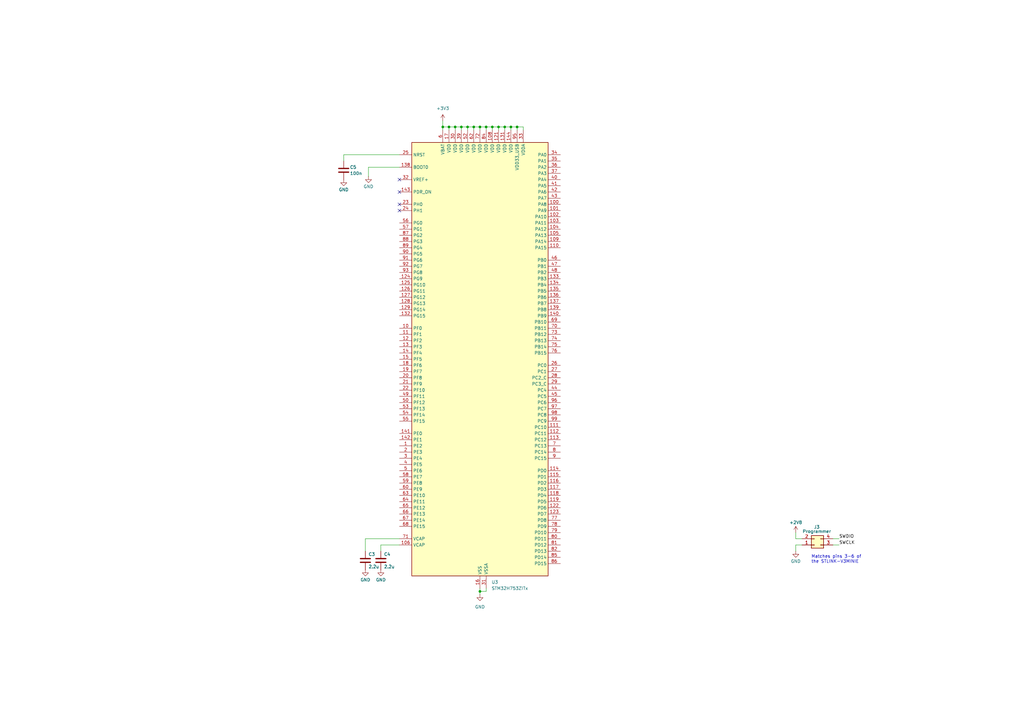
<source format=kicad_sch>
(kicad_sch (version 20231120) (generator "eeschema") (generator_version "8.0")
  (paper "A3")
  (lib_symbols
    (symbol "Connector_Generic:Conn_02x02_Top_Bottom" (pin_names (offset 1.016) hide)
      (property "Reference" "J" (at 1.27 2.54 0))
      (property "Value" "Conn_02x02_Top_Bottom" (at 1.27 -5.08 0))
      (symbol "Conn_02x02_Top_Bottom_1_1"
        (rectangle (start -1.27 -2.413) (end 0 -2.667) (stroke (width 0.1524)))
        (rectangle (start -1.27 0.127) (end 0 -0.127) (stroke (width 0.1524)))
        (rectangle (start -1.27 1.27) (end 3.81 -3.81) (stroke (width 0.254)) (fill (type background)))
        (rectangle (start 3.81 -2.413) (end 2.54 -2.667) (stroke (width 0.1524)))
        (rectangle (start 3.81 0.127) (end 2.54 -0.127) (stroke (width 0.1524)))
        (pin passive line (at -5.08 0 0) (length 3.81) (name "Pin_1") (number "1"))
        (pin passive line (at -5.08 -2.54 0) (length 3.81) (name "Pin_2") (number "2"))
        (pin passive line (at 7.62 0 180) (length 3.81) (name "Pin_3") (number "3"))
        (pin passive line (at 7.62 -2.54 180) (length 3.81) (name "Pin_4") (number "4"))
      )
    )
    (symbol "Device:C" (pin_numbers hide) (pin_names (offset 0.254))
      (property "Reference" "C" (at 0.635 2.54 0))
      (property "Value" "C" (at 0.635 -2.54 0))
      (symbol "C_0_1"
        (polyline (pts (xy -2.032 -0.762) (xy 2.032 -0.762)) (stroke (width 0.508)))
        (polyline (pts (xy -2.032 0.762) (xy 2.032 0.762)) (stroke (width 0.508)))
      )
      (symbol "C_1_1"
        (pin passive line (at 0 3.81 270) (length 2.794) (name "~") (number "1"))
        (pin passive line (at 0 -3.81 90) (length 2.794) (name "~") (number "2"))
      )
    )
    (symbol "MCU_ST_STM32H7:STM32H753ZITx"
      (property "Reference" "U" (at -27.94 90.17 0))
      (property "Value" "STM32H753ZITx" (at 20.32 90.17 0))
      (symbol "STM32H753ZITx_0_1"
        (rectangle (start -27.94 -88.9) (end 27.94 88.9) (stroke (width 0.254)) (fill (type background)))
      )
      (symbol "STM32H753ZITx_1_1"
        (pin bidirectional line (at -33.02 -35.56 0) (length 5.08) (name "PE2") (number "1"))
        (pin bidirectional line (at -33.02 12.7 0) (length 5.08) (name "PF0") (number "10"))
        (pin bidirectional line (at 33.02 63.5 180) (length 5.08) (name "PA8") (number "100"))
        (pin bidirectional line (at 33.02 60.96 180) (length 5.08) (name "PA9") (number "101"))
        (pin bidirectional line (at 33.02 58.42 180) (length 5.08) (name "PA10") (number "102"))
        (pin bidirectional line (at 33.02 55.88 180) (length 5.08) (name "PA11") (number "103"))
        (pin bidirectional line (at 33.02 53.34 180) (length 5.08) (name "PA12") (number "104"))
        (pin bidirectional line (at 33.02 50.8 180) (length 5.08) (name "PA13") (number "105"))
        (pin power_out line (at -33.02 -76.2 0) (length 5.08) (name "VCAP") (number "106"))
        (pin passive line (at 0 -93.98 90) (length 5.08) hide (name "VSS") (number "107"))
        (pin power_in line (at 5.08 93.98 270) (length 5.08) (name "VDD") (number "108"))
        (pin bidirectional line (at 33.02 48.26 180) (length 5.08) (name "PA14") (number "109"))
        (pin bidirectional line (at -33.02 10.16 0) (length 5.08) (name "PF1") (number "11"))
        (pin bidirectional line (at 33.02 45.72 180) (length 5.08) (name "PA15") (number "110"))
        (pin bidirectional line (at 33.02 -27.94 180) (length 5.08) (name "PC10") (number "111"))
        (pin bidirectional line (at 33.02 -30.48 180) (length 5.08) (name "PC11") (number "112"))
        (pin bidirectional line (at 33.02 -33.02 180) (length 5.08) (name "PC12") (number "113"))
        (pin bidirectional line (at 33.02 -45.72 180) (length 5.08) (name "PD0") (number "114"))
        (pin bidirectional line (at 33.02 -48.26 180) (length 5.08) (name "PD1") (number "115"))
        (pin bidirectional line (at 33.02 -50.8 180) (length 5.08) (name "PD2") (number "116"))
        (pin bidirectional line (at 33.02 -53.34 180) (length 5.08) (name "PD3") (number "117"))
        (pin bidirectional line (at 33.02 -55.88 180) (length 5.08) (name "PD4") (number "118"))
        (pin bidirectional line (at 33.02 -58.42 180) (length 5.08) (name "PD5") (number "119"))
        (pin bidirectional line (at -33.02 7.62 0) (length 5.08) (name "PF2") (number "12"))
        (pin passive line (at 0 -93.98 90) (length 5.08) hide (name "VSS") (number "120"))
        (pin power_in line (at 7.62 93.98 270) (length 5.08) (name "VDD") (number "121"))
        (pin bidirectional line (at 33.02 -60.96 180) (length 5.08) (name "PD6") (number "122"))
        (pin bidirectional line (at 33.02 -63.5 180) (length 5.08) (name "PD7") (number "123"))
        (pin bidirectional line (at -33.02 33.02 0) (length 5.08) (name "PG9") (number "124"))
        (pin bidirectional line (at -33.02 30.48 0) (length 5.08) (name "PG10") (number "125"))
        (pin bidirectional line (at -33.02 27.94 0) (length 5.08) (name "PG11") (number "126"))
        (pin bidirectional line (at -33.02 25.4 0) (length 5.08) (name "PG12") (number "127"))
        (pin bidirectional line (at -33.02 22.86 0) (length 5.08) (name "PG13") (number "128"))
        (pin bidirectional line (at -33.02 20.32 0) (length 5.08) (name "PG14") (number "129"))
        (pin bidirectional line (at -33.02 5.08 0) (length 5.08) (name "PF3") (number "13"))
        (pin passive line (at 0 -93.98 90) (length 5.08) hide (name "VSS") (number "130"))
        (pin power_in line (at 10.16 93.98 270) (length 5.08) (name "VDD") (number "131"))
        (pin bidirectional line (at -33.02 17.78 0) (length 5.08) (name "PG15") (number "132"))
        (pin bidirectional line (at 33.02 33.02 180) (length 5.08) (name "PB3") (number "133"))
        (pin bidirectional line (at 33.02 30.48 180) (length 5.08) (name "PB4") (number "134"))
        (pin bidirectional line (at 33.02 27.94 180) (length 5.08) (name "PB5") (number "135"))
        (pin bidirectional line (at 33.02 25.4 180) (length 5.08) (name "PB6") (number "136"))
        (pin bidirectional line (at 33.02 22.86 180) (length 5.08) (name "PB7") (number "137"))
        (pin input line (at -33.02 78.74 0) (length 5.08) (name "BOOT0") (number "138"))
        (pin bidirectional line (at 33.02 20.32 180) (length 5.08) (name "PB8") (number "139"))
        (pin bidirectional line (at -33.02 2.54 0) (length 5.08) (name "PF4") (number "14"))
        (pin bidirectional line (at 33.02 17.78 180) (length 5.08) (name "PB9") (number "140"))
        (pin bidirectional line (at -33.02 -30.48 0) (length 5.08) (name "PE0") (number "141"))
        (pin bidirectional line (at -33.02 -33.02 0) (length 5.08) (name "PE1") (number "142"))
        (pin input line (at -33.02 68.58 0) (length 5.08) (name "PDR_ON") (number "143"))
        (pin power_in line (at 12.7 93.98 270) (length 5.08) (name "VDD") (number "144"))
        (pin bidirectional line (at -33.02 0 0) (length 5.08) (name "PF5") (number "15"))
        (pin power_in line (at 0 -93.98 90) (length 5.08) (name "VSS") (number "16"))
        (pin power_in line (at -12.7 93.98 270) (length 5.08) (name "VDD") (number "17"))
        (pin bidirectional line (at -33.02 -2.54 0) (length 5.08) (name "PF6") (number "18"))
        (pin bidirectional line (at -33.02 -5.08 0) (length 5.08) (name "PF7") (number "19"))
        (pin bidirectional line (at -33.02 -38.1 0) (length 5.08) (name "PE3") (number "2"))
        (pin bidirectional line (at -33.02 -7.62 0) (length 5.08) (name "PF8") (number "20"))
        (pin bidirectional line (at -33.02 -10.16 0) (length 5.08) (name "PF9") (number "21"))
        (pin bidirectional line (at -33.02 -12.7 0) (length 5.08) (name "PF10") (number "22"))
        (pin bidirectional line (at -33.02 63.5 0) (length 5.08) (name "PH0") (number "23"))
        (pin bidirectional line (at -33.02 60.96 0) (length 5.08) (name "PH1") (number "24"))
        (pin input line (at -33.02 83.82 0) (length 5.08) (name "NRST") (number "25"))
        (pin bidirectional line (at 33.02 -2.54 180) (length 5.08) (name "PC0") (number "26"))
        (pin bidirectional line (at 33.02 -5.08 180) (length 5.08) (name "PC1") (number "27"))
        (pin bidirectional line (at 33.02 -7.62 180) (length 5.08) (name "PC2_C") (number "28"))
        (pin bidirectional line (at 33.02 -10.16 180) (length 5.08) (name "PC3_C") (number "29"))
        (pin bidirectional line (at -33.02 -40.64 0) (length 5.08) (name "PE4") (number "3"))
        (pin power_in line (at -10.16 93.98 270) (length 5.08) (name "VDD") (number "30"))
        (pin power_in line (at 2.54 -93.98 90) (length 5.08) (name "VSSA") (number "31"))
        (pin input line (at -33.02 73.66 0) (length 5.08) (name "VREF+") (number "32"))
        (pin power_in line (at 17.78 93.98 270) (length 5.08) (name "VDDA") (number "33"))
        (pin bidirectional line (at 33.02 83.82 180) (length 5.08) (name "PA0") (number "34"))
        (pin bidirectional line (at 33.02 81.28 180) (length 5.08) (name "PA1") (number "35"))
        (pin bidirectional line (at 33.02 78.74 180) (length 5.08) (name "PA2") (number "36"))
        (pin bidirectional line (at 33.02 76.2 180) (length 5.08) (name "PA3") (number "37"))
        (pin passive line (at 0 -93.98 90) (length 5.08) hide (name "VSS") (number "38"))
        (pin power_in line (at -7.62 93.98 270) (length 5.08) (name "VDD") (number "39"))
        (pin bidirectional line (at -33.02 -43.18 0) (length 5.08) (name "PE5") (number "4"))
        (pin bidirectional line (at 33.02 73.66 180) (length 5.08) (name "PA4") (number "40"))
        (pin bidirectional line (at 33.02 71.12 180) (length 5.08) (name "PA5") (number "41"))
        (pin bidirectional line (at 33.02 68.58 180) (length 5.08) (name "PA6") (number "42"))
        (pin bidirectional line (at 33.02 66.04 180) (length 5.08) (name "PA7") (number "43"))
        (pin bidirectional line (at 33.02 -12.7 180) (length 5.08) (name "PC4") (number "44"))
        (pin bidirectional line (at 33.02 -15.24 180) (length 5.08) (name "PC5") (number "45"))
        (pin bidirectional line (at 33.02 40.64 180) (length 5.08) (name "PB0") (number "46"))
        (pin bidirectional line (at 33.02 38.1 180) (length 5.08) (name "PB1") (number "47"))
        (pin bidirectional line (at 33.02 35.56 180) (length 5.08) (name "PB2") (number "48"))
        (pin bidirectional line (at -33.02 -15.24 0) (length 5.08) (name "PF11") (number "49"))
        (pin bidirectional line (at -33.02 -45.72 0) (length 5.08) (name "PE6") (number "5"))
        (pin bidirectional line (at -33.02 -17.78 0) (length 5.08) (name "PF12") (number "50"))
        (pin passive line (at 0 -93.98 90) (length 5.08) hide (name "VSS") (number "51"))
        (pin power_in line (at -5.08 93.98 270) (length 5.08) (name "VDD") (number "52"))
        (pin bidirectional line (at -33.02 -20.32 0) (length 5.08) (name "PF13") (number "53"))
        (pin bidirectional line (at -33.02 -22.86 0) (length 5.08) (name "PF14") (number "54"))
        (pin bidirectional line (at -33.02 -25.4 0) (length 5.08) (name "PF15") (number "55"))
        (pin bidirectional line (at -33.02 55.88 0) (length 5.08) (name "PG0") (number "56"))
        (pin bidirectional line (at -33.02 53.34 0) (length 5.08) (name "PG1") (number "57"))
        (pin bidirectional line (at -33.02 -48.26 0) (length 5.08) (name "PE7") (number "58"))
        (pin bidirectional line (at -33.02 -50.8 0) (length 5.08) (name "PE8") (number "59"))
        (pin power_in line (at -15.24 93.98 270) (length 5.08) (name "VBAT") (number "6"))
        (pin bidirectional line (at -33.02 -53.34 0) (length 5.08) (name "PE9") (number "60"))
        (pin passive line (at 0 -93.98 90) (length 5.08) hide (name "VSS") (number "61"))
        (pin power_in line (at -2.54 93.98 270) (length 5.08) (name "VDD") (number "62"))
        (pin bidirectional line (at -33.02 -55.88 0) (length 5.08) (name "PE10") (number "63"))
        (pin bidirectional line (at -33.02 -58.42 0) (length 5.08) (name "PE11") (number "64"))
        (pin bidirectional line (at -33.02 -60.96 0) (length 5.08) (name "PE12") (number "65"))
        (pin bidirectional line (at -33.02 -63.5 0) (length 5.08) (name "PE13") (number "66"))
        (pin bidirectional line (at -33.02 -66.04 0) (length 5.08) (name "PE14") (number "67"))
        (pin bidirectional line (at -33.02 -68.58 0) (length 5.08) (name "PE15") (number "68"))
        (pin bidirectional line (at 33.02 15.24 180) (length 5.08) (name "PB10") (number "69"))
        (pin bidirectional line (at 33.02 -35.56 180) (length 5.08) (name "PC13") (number "7"))
        (pin bidirectional line (at 33.02 12.7 180) (length 5.08) (name "PB11") (number "70"))
        (pin power_out line (at -33.02 -73.66 0) (length 5.08) (name "VCAP") (number "71"))
        (pin power_in line (at 0 93.98 270) (length 5.08) (name "VDD") (number "72"))
        (pin bidirectional line (at 33.02 10.16 180) (length 5.08) (name "PB12") (number "73"))
        (pin bidirectional line (at 33.02 7.62 180) (length 5.08) (name "PB13") (number "74"))
        (pin bidirectional line (at 33.02 5.08 180) (length 5.08) (name "PB14") (number "75"))
        (pin bidirectional line (at 33.02 2.54 180) (length 5.08) (name "PB15") (number "76"))
        (pin bidirectional line (at 33.02 -66.04 180) (length 5.08) (name "PD8") (number "77"))
        (pin bidirectional line (at 33.02 -68.58 180) (length 5.08) (name "PD9") (number "78"))
        (pin bidirectional line (at 33.02 -71.12 180) (length 5.08) (name "PD10") (number "79"))
        (pin bidirectional line (at 33.02 -38.1 180) (length 5.08) (name "PC14") (number "8"))
        (pin bidirectional line (at 33.02 -73.66 180) (length 5.08) (name "PD11") (number "80"))
        (pin bidirectional line (at 33.02 -76.2 180) (length 5.08) (name "PD12") (number "81"))
        (pin bidirectional line (at 33.02 -78.74 180) (length 5.08) (name "PD13") (number "82"))
        (pin passive line (at 0 -93.98 90) (length 5.08) hide (name "VSS") (number "83"))
        (pin power_in line (at 2.54 93.98 270) (length 5.08) (name "VDD") (number "84"))
        (pin bidirectional line (at 33.02 -81.28 180) (length 5.08) (name "PD14") (number "85"))
        (pin bidirectional line (at 33.02 -83.82 180) (length 5.08) (name "PD15") (number "86"))
        (pin bidirectional line (at -33.02 50.8 0) (length 5.08) (name "PG2") (number "87"))
        (pin bidirectional line (at -33.02 48.26 0) (length 5.08) (name "PG3") (number "88"))
        (pin bidirectional line (at -33.02 45.72 0) (length 5.08) (name "PG4") (number "89"))
        (pin bidirectional line (at 33.02 -40.64 180) (length 5.08) (name "PC15") (number "9"))
        (pin bidirectional line (at -33.02 43.18 0) (length 5.08) (name "PG5") (number "90"))
        (pin bidirectional line (at -33.02 40.64 0) (length 5.08) (name "PG6") (number "91"))
        (pin bidirectional line (at -33.02 38.1 0) (length 5.08) (name "PG7") (number "92"))
        (pin bidirectional line (at -33.02 35.56 0) (length 5.08) (name "PG8") (number "93"))
        (pin passive line (at 0 -93.98 90) (length 5.08) hide (name "VSS") (number "94"))
        (pin power_in line (at 15.24 93.98 270) (length 5.08) (name "VDD33_USB") (number "95"))
        (pin bidirectional line (at 33.02 -17.78 180) (length 5.08) (name "PC6") (number "96"))
        (pin bidirectional line (at 33.02 -20.32 180) (length 5.08) (name "PC7") (number "97"))
        (pin bidirectional line (at 33.02 -22.86 180) (length 5.08) (name "PC8") (number "98"))
        (pin bidirectional line (at 33.02 -25.4 180) (length 5.08) (name "PC9") (number "99"))
      )
    )
    (symbol "power:+2V8" (power) (pin_names (offset 0))
      (property "Value" "+2V8" (at 0 3.556 0))
      (symbol "+2V8_0_1"
        (polyline (pts (xy -0.762 1.27) (xy 0 2.54)))
        (polyline (pts (xy 0 0) (xy 0 2.54)))
        (polyline (pts (xy 0 2.54) (xy 0.762 1.27)))
      )
      (symbol "+2V8_1_1"
        (pin power_in line (at 0 0 90) (length 0) hide (name "+2V8") (number "1"))
      )
    )
    (symbol "power:+3V3" (power) (pin_numbers hide) (pin_names (offset 0) hide)
      (property "Value" "+3V3" (at 0 3.556 0))
      (symbol "+3V3_0_1"
        (polyline (pts (xy -0.762 1.27) (xy 0 2.54)))
        (polyline (pts (xy 0 0) (xy 0 2.54)))
        (polyline (pts (xy 0 2.54) (xy 0.762 1.27)))
      )
      (symbol "+3V3_1_1"
        (pin power_in line (at 0 0 90) (length 0) (name "~") (number "1"))
      )
    )
    (symbol "power:GND" (power) (pin_numbers hide) (pin_names (offset 0) hide)
      (property "Value" "GND" (at 0 -3.81 0))
      (symbol "GND_0_1"
        (polyline (pts (xy 0 0) (xy 0 -1.27) (xy 1.27 -1.27) (xy 0 -2.54) (xy -1.27 -1.27) (xy 0 -1.27)))
      )
      (symbol "GND_1_1"
        (pin power_in line (at 0 0 270) (length 0) (name "~") (number "1"))
      )
    )
  )
  (junction (at 204.47 52.07))
  (junction (at 191.77 52.07))
  (junction (at 196.85 242.57))
  (junction (at 196.85 52.07))
  (junction (at 184.15 52.07))
  (junction (at 186.69 52.07))
  (junction (at 212.09 52.07))
  (junction (at 194.31 52.07))
  (junction (at 207.01 52.07))
  (junction (at 201.93 52.07))
  (junction (at 199.39 52.07))
  (junction (at 181.61 52.07))
  (junction (at 209.55 52.07))
  (junction (at 189.23 52.07))
  (no_connect (at 163.83 78.74))
  (no_connect (at 163.83 83.82))
  (no_connect (at 163.83 73.66))
  (no_connect (at 163.83 86.36))
  (wire (pts (xy 140.97 63.5) (xy 163.83 63.5)))
  (wire (pts (xy 186.69 53.34) (xy 186.69 52.07)))
  (wire (pts (xy 189.23 52.07) (xy 191.77 52.07)))
  (wire (pts (xy 184.15 53.34) (xy 184.15 52.07)))
  (wire (pts (xy 199.39 52.07) (xy 201.93 52.07)))
  (wire (pts (xy 194.31 52.07) (xy 196.85 52.07)))
  (wire (pts (xy 214.63 52.07) (xy 212.09 52.07)))
  (wire (pts (xy 196.85 52.07) (xy 199.39 52.07)))
  (wire (pts (xy 326.39 220.98) (xy 328.93 220.98)))
  (wire (pts (xy 196.85 241.3) (xy 196.85 242.57)))
  (wire (pts (xy 214.63 53.34) (xy 214.63 52.07)))
  (wire (pts (xy 201.93 53.34) (xy 201.93 52.07)))
  (wire (pts (xy 189.23 53.34) (xy 189.23 52.07)))
  (wire (pts (xy 204.47 53.34) (xy 204.47 52.07)))
  (wire (pts (xy 326.39 223.52) (xy 328.93 223.52)))
  (wire (pts (xy 191.77 53.34) (xy 191.77 52.07)))
  (wire (pts (xy 212.09 53.34) (xy 212.09 52.07)))
  (wire (pts (xy 181.61 49.53) (xy 181.61 52.07)))
  (wire (pts (xy 207.01 52.07) (xy 204.47 52.07)))
  (wire (pts (xy 212.09 52.07) (xy 209.55 52.07)))
  (wire (pts (xy 194.31 52.07) (xy 191.77 52.07)))
  (wire (pts (xy 151.13 68.58) (xy 151.13 72.39)))
  (wire (pts (xy 184.15 52.07) (xy 181.61 52.07)))
  (wire (pts (xy 186.69 52.07) (xy 189.23 52.07)))
  (wire (pts (xy 344.17 223.52) (xy 341.63 223.52)))
  (wire (pts (xy 149.86 220.98) (xy 149.86 226.06)))
  (wire (pts (xy 181.61 52.07) (xy 181.61 53.34)))
  (wire (pts (xy 194.31 53.34) (xy 194.31 52.07)))
  (wire (pts (xy 204.47 52.07) (xy 201.93 52.07)))
  (wire (pts (xy 326.39 226.06) (xy 326.39 223.52)))
  (wire (pts (xy 163.83 220.98) (xy 149.86 220.98)))
  (wire (pts (xy 209.55 53.34) (xy 209.55 52.07)))
  (wire (pts (xy 209.55 52.07) (xy 207.01 52.07)))
  (wire (pts (xy 196.85 242.57) (xy 196.85 243.84)))
  (wire (pts (xy 156.21 226.06) (xy 156.21 223.52)))
  (wire (pts (xy 140.97 63.5) (xy 140.97 66.04)))
  (wire (pts (xy 199.39 242.57) (xy 196.85 242.57)))
  (wire (pts (xy 199.39 241.3) (xy 199.39 242.57)))
  (wire (pts (xy 199.39 53.34) (xy 199.39 52.07)))
  (wire (pts (xy 344.17 220.98) (xy 341.63 220.98)))
  (wire (pts (xy 196.85 53.34) (xy 196.85 52.07)))
  (wire (pts (xy 207.01 53.34) (xy 207.01 52.07)))
  (wire (pts (xy 326.39 218.44) (xy 326.39 220.98)))
  (wire (pts (xy 186.69 52.07) (xy 184.15 52.07)))
  (wire (pts (xy 156.21 223.52) (xy 163.83 223.52)))
  (wire (pts (xy 151.13 68.58) (xy 163.83 68.58)))
  (text "Matches pins 3-6 of\nthe STLINK-V3MINIE" (at 332.74 231.14 0) (effects (font (size 1.27 1.27)) (justify left bottom)))
  (label "SWCLK" (at 344.17 223.52 0))
  (label "SWDIO" (at 344.17 220.98 0))
  (symbol (lib_id "Connector_Generic:Conn_02x02_Top_Bottom") (at 334.01 223.52 0) (mirror x) (unit 1)
    (property "Reference" "J3" (at 335.026 216.154 0))
    (property "Value" "Programmer" (at 335.026 217.932 0))
    (property "Footprint" "Connector_PinSocket_1.27mm:PinSocket_2x02_P1.27mm_Vertical_SMD" (effects (hide yes)))
  )
  (symbol (lib_id "MCU_ST_STM32H7:STM32H753ZITx") (at 196.85 147.32 0) (unit 1)
    (property "Reference" "U3" (at 201.5841 238.76 0) (effects (justify left)))
    (property "Value" "STM32H753ZITx" (at 201.5841 241.3 0) (effects (justify left)))
    (property "Footprint" "Package_QFP:LQFP-144_20x20mm_P0.5mm" (effects (hide yes)))
    (property "Datasheet" "https://www.st.com/resource/en/datasheet/stm32h753zi.pdf" (effects (hide yes)))
    (property "Description" "STMicroelectronics Arm Cortex-M7 MCU, 2048KB flash, 1024KB RAM, 480 MHz, 1.62-3.6V, 114 GPIO, LQFP144" (effects (hide yes)))
  )
  (symbol (lib_id "power:GND") (at 151.13 72.39 0) (unit 1)
    (property "Reference" "#PWR020" (effects (hide yes)))
    (property "Value" "GND" (at 151.13 76.5231 0))
  )
  (symbol (lib_id "power:+3V3") (at 181.61 49.53 0) (unit 1)
    (property "Reference" "#PWR016" (effects (hide yes)))
    (property "Value" "+3V3" (at 181.61 44.45 0))
    (property "Description" "Power symbol creates a global label with name \"+3V3\"" (effects (hide yes)))
  )
  (symbol (lib_id "power:GND") (at 326.39 226.06 0) (unit 1)
    (property "Reference" "#PWR018" (effects (hide yes)))
    (property "Value" "GND" (at 326.39 230.1931 0))
  )
  (symbol (lib_id "Device:C") (at 149.86 229.87 0) (unit 1)
    (property "Reference" "C3" (at 151.13 227.33 0) (effects (justify left)))
    (property "Value" "2.2u" (at 151.13 232.41 0) (effects (justify left)))
    (property "Footprint" "Capacitor_SMD:C_0805_2012Metric_Pad1.18x1.45mm_HandSolder" (effects (hide yes)))
  )
  (symbol (lib_id "power:GND") (at 140.97 73.66 0) (unit 1)
    (property "Reference" "#PWR019" (effects (hide yes)))
    (property "Value" "GND" (at 140.97 77.7931 0))
  )
  (symbol (lib_id "Device:C") (at 156.21 229.87 0) (unit 1)
    (property "Reference" "C4" (at 157.48 227.33 0) (effects (justify left)))
    (property "Value" "2.2u" (at 157.48 232.41 0) (effects (justify left)))
    (property "Footprint" "Capacitor_SMD:C_0805_2012Metric_Pad1.18x1.45mm_HandSolder" (effects (hide yes)))
  )
  (symbol (lib_id "power:GND") (at 156.21 233.68 0) (unit 1)
    (property "Reference" "#PWR015" (effects (hide yes)))
    (property "Value" "GND" (at 156.21 237.8131 0))
  )
  (symbol (lib_id "power:GND") (at 196.85 243.84 0) (unit 1)
    (property "Reference" "#PWR013" (effects (hide yes)))
    (property "Value" "GND" (at 196.85 248.92 0))
    (property "Description" "Power symbol creates a global label with name \"GND\" , ground" (effects (hide yes)))
  )
  (symbol (lib_id "Device:C") (at 140.97 69.85 0) (unit 1)
    (property "Reference" "C5" (at 143.51 68.58 0) (effects (justify left)))
    (property "Value" "100n" (at 143.51 71.12 0) (effects (justify left)))
    (property "Footprint" "Capacitor_SMD:C_0805_2012Metric_Pad1.18x1.45mm_HandSolder" (effects (hide yes)))
  )
  (symbol (lib_id "power:GND") (at 149.86 233.68 0) (unit 1)
    (property "Reference" "#PWR014" (effects (hide yes)))
    (property "Value" "GND" (at 149.86 237.8131 0))
  )
  (symbol (lib_id "power:+2V8") (at 326.39 218.44 0) (unit 1)
    (property "Reference" "#PWR017" (effects (hide yes)))
    (property "Value" "+2V8" (at 326.39 214.3069 0))
  )
)
</source>
